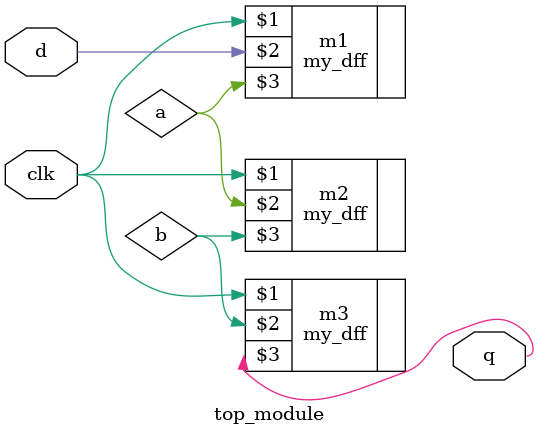
<source format=v>
module top_module ( 
    input clk,  // Clock signal
    input d,    // Data input
    output q    // Final output after three D flip-flop stages
);

    wire a, b;  // Internal wires to connect intermediate DFF stages

    // First D flip-flop: Stores 'd' on the rising edge of 'clk'
    my_dff m1 (clk, d, a); 

    // Second D flip-flop: Stores 'a' on the next clock cycle
    my_dff m2 (clk, a, b); 

    // Third D flip-flop: Stores 'b' on the next clock cycle
    my_dff m3 (clk, b, q); 

endmodule

</source>
